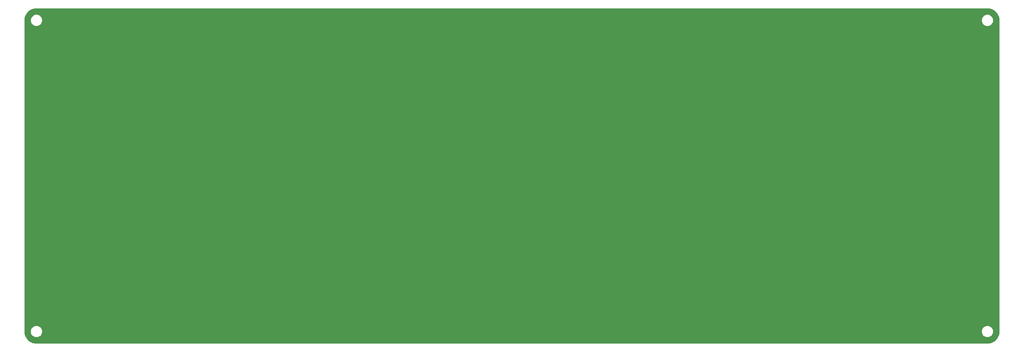
<source format=gbr>
%TF.GenerationSoftware,KiCad,Pcbnew,(5.99.0-9650-gad505e29c0)*%
%TF.CreationDate,2021-03-23T23:03:28-07:00*%
%TF.ProjectId,Choc40-bottom_plate,43686f63-3430-42d6-926f-74746f6d5f70,rev?*%
%TF.SameCoordinates,Original*%
%TF.FileFunction,Copper,L2,Bot*%
%TF.FilePolarity,Positive*%
%FSLAX46Y46*%
G04 Gerber Fmt 4.6, Leading zero omitted, Abs format (unit mm)*
G04 Created by KiCad (PCBNEW (5.99.0-9650-gad505e29c0)) date 2021-03-23 23:03:28*
%MOMM*%
%LPD*%
G01*
G04 APERTURE LIST*
G04 APERTURE END LIST*
%TA.AperFunction,NonConductor*%
G36*
X242961144Y-20202444D02*
G01*
X242961187Y-20202104D01*
X242968259Y-20203001D01*
X242975183Y-20204690D01*
X243106831Y-20206429D01*
X243112169Y-20206614D01*
X243157355Y-20209151D01*
X243186918Y-20210812D01*
X243193958Y-20211406D01*
X243431443Y-20238164D01*
X243438412Y-20239148D01*
X243498023Y-20249276D01*
X243504938Y-20250652D01*
X243737954Y-20303836D01*
X243744796Y-20305601D01*
X243769614Y-20312751D01*
X243802894Y-20322338D01*
X243809580Y-20324469D01*
X244016094Y-20396732D01*
X244035184Y-20403412D01*
X244041786Y-20405932D01*
X244097641Y-20429068D01*
X244104092Y-20431955D01*
X244319392Y-20535638D01*
X244325656Y-20538874D01*
X244378615Y-20568143D01*
X244384647Y-20571702D01*
X244552493Y-20677166D01*
X244587000Y-20698848D01*
X244592877Y-20702774D01*
X244642209Y-20737777D01*
X244647856Y-20742028D01*
X244834696Y-20891029D01*
X244840095Y-20895588D01*
X244885171Y-20935870D01*
X244890307Y-20940726D01*
X245059282Y-21109701D01*
X245064122Y-21114819D01*
X245104436Y-21159930D01*
X245108977Y-21165308D01*
X245257970Y-21352140D01*
X245262220Y-21357787D01*
X245297223Y-21407119D01*
X245301145Y-21412989D01*
X245428285Y-21615330D01*
X245431850Y-21621373D01*
X245461127Y-21674345D01*
X245464361Y-21680606D01*
X245568059Y-21895937D01*
X245570924Y-21902339D01*
X245588470Y-21944699D01*
X245594069Y-21958217D01*
X245596588Y-21964818D01*
X245675521Y-22190394D01*
X245677668Y-22197128D01*
X245694404Y-22255220D01*
X245696169Y-22262063D01*
X245749342Y-22495028D01*
X245750721Y-22501960D01*
X245760851Y-22561580D01*
X245761839Y-22568579D01*
X245788595Y-22806057D01*
X245789189Y-22813099D01*
X245793384Y-22887793D01*
X245793571Y-22893194D01*
X245795307Y-23024625D01*
X245796971Y-23031501D01*
X245797855Y-23038514D01*
X245797555Y-23038552D01*
X245800000Y-23059044D01*
X245800000Y-94940809D01*
X245797556Y-94961144D01*
X245797896Y-94961187D01*
X245796999Y-94968259D01*
X245795310Y-94975183D01*
X245793571Y-95106831D01*
X245793386Y-95112169D01*
X245791169Y-95151643D01*
X245789188Y-95186915D01*
X245788594Y-95193955D01*
X245761837Y-95431433D01*
X245760849Y-95438432D01*
X245750724Y-95498022D01*
X245749345Y-95504952D01*
X245715612Y-95652750D01*
X245696165Y-95737951D01*
X245694402Y-95744786D01*
X245694402Y-95744789D01*
X245694400Y-95744795D01*
X245677663Y-95802890D01*
X245675516Y-95809623D01*
X245596596Y-96035165D01*
X245594087Y-96041740D01*
X245570933Y-96097639D01*
X245568049Y-96104084D01*
X245464364Y-96319386D01*
X245461120Y-96325664D01*
X245431862Y-96378603D01*
X245428271Y-96384691D01*
X245301141Y-96587017D01*
X245297214Y-96592894D01*
X245262229Y-96642200D01*
X245257980Y-96647847D01*
X245108979Y-96834688D01*
X245104419Y-96840087D01*
X245064130Y-96885171D01*
X245059274Y-96890307D01*
X244890299Y-97059282D01*
X244885181Y-97064122D01*
X244840070Y-97104436D01*
X244834691Y-97108977D01*
X244647855Y-97257973D01*
X244642211Y-97262221D01*
X244614995Y-97281533D01*
X244592875Y-97297228D01*
X244587030Y-97301133D01*
X244384692Y-97428271D01*
X244384676Y-97428281D01*
X244378606Y-97431862D01*
X244345618Y-97450093D01*
X244325663Y-97461122D01*
X244319386Y-97464365D01*
X244104091Y-97568046D01*
X244097641Y-97570932D01*
X244041769Y-97594075D01*
X244035174Y-97596592D01*
X243947747Y-97627184D01*
X243809603Y-97675522D01*
X243802889Y-97677663D01*
X243786880Y-97682275D01*
X243744789Y-97694401D01*
X243737947Y-97696166D01*
X243504971Y-97749342D01*
X243498039Y-97750721D01*
X243438420Y-97760851D01*
X243431426Y-97761838D01*
X243369690Y-97768794D01*
X243193943Y-97788595D01*
X243186901Y-97789189D01*
X243112207Y-97793384D01*
X243106806Y-97793571D01*
X243100900Y-97793649D01*
X242975375Y-97795307D01*
X242968499Y-97796971D01*
X242961486Y-97797855D01*
X242961448Y-97797555D01*
X242940956Y-97800000D01*
X23059191Y-97800000D01*
X23038856Y-97797556D01*
X23038813Y-97797896D01*
X23031741Y-97796999D01*
X23024817Y-97795310D01*
X22893169Y-97793571D01*
X22887831Y-97793386D01*
X22848357Y-97791169D01*
X22813085Y-97789188D01*
X22806045Y-97788594D01*
X22568567Y-97761837D01*
X22561568Y-97760849D01*
X22501978Y-97750724D01*
X22495046Y-97749345D01*
X22495033Y-97749342D01*
X22262043Y-97696163D01*
X22255209Y-97694401D01*
X22197103Y-97677661D01*
X22190377Y-97675516D01*
X21964835Y-97596596D01*
X21958260Y-97594087D01*
X21902350Y-97570928D01*
X21895916Y-97568049D01*
X21680614Y-97464364D01*
X21674336Y-97461120D01*
X21621397Y-97431862D01*
X21615309Y-97428271D01*
X21412983Y-97301141D01*
X21407106Y-97297214D01*
X21357800Y-97262229D01*
X21352153Y-97257980D01*
X21165312Y-97108979D01*
X21159913Y-97104419D01*
X21114829Y-97064130D01*
X21109693Y-97059274D01*
X20940718Y-96890299D01*
X20935869Y-96885171D01*
X20895564Y-96840070D01*
X20891023Y-96834691D01*
X20742027Y-96647855D01*
X20737779Y-96642211D01*
X20718467Y-96614995D01*
X20702772Y-96592875D01*
X20698867Y-96587030D01*
X20571717Y-96384672D01*
X20568136Y-96378603D01*
X20549907Y-96345618D01*
X20538878Y-96325663D01*
X20535635Y-96319386D01*
X20431954Y-96104091D01*
X20429067Y-96097639D01*
X20405928Y-96041777D01*
X20403408Y-96035174D01*
X20324480Y-95809611D01*
X20322333Y-95802876D01*
X20305599Y-95744789D01*
X20303834Y-95737947D01*
X20250658Y-95504971D01*
X20249279Y-95498039D01*
X20239149Y-95438420D01*
X20238161Y-95431421D01*
X20211405Y-95193943D01*
X20210811Y-95186901D01*
X20206616Y-95112207D01*
X20206429Y-95106806D01*
X20206351Y-95100900D01*
X20205018Y-95000000D01*
X21694500Y-95000000D01*
X21714333Y-95226698D01*
X21773231Y-95446507D01*
X21775553Y-95451488D01*
X21775554Y-95451489D01*
X21867078Y-95647763D01*
X21867081Y-95647768D01*
X21869404Y-95652750D01*
X21872560Y-95657257D01*
X21872561Y-95657259D01*
X21979248Y-95809623D01*
X21999929Y-95839159D01*
X22160841Y-96000071D01*
X22165349Y-96003228D01*
X22165352Y-96003230D01*
X22309387Y-96104084D01*
X22347250Y-96130596D01*
X22352232Y-96132919D01*
X22352237Y-96132922D01*
X22548511Y-96224446D01*
X22553493Y-96226769D01*
X22558801Y-96228191D01*
X22558803Y-96228192D01*
X22626122Y-96246230D01*
X22773302Y-96285667D01*
X23000000Y-96305500D01*
X23226698Y-96285667D01*
X23373878Y-96246230D01*
X23441197Y-96228192D01*
X23441199Y-96228191D01*
X23446507Y-96226769D01*
X23451489Y-96224446D01*
X23647763Y-96132922D01*
X23647768Y-96132919D01*
X23652750Y-96130596D01*
X23690613Y-96104084D01*
X23834648Y-96003230D01*
X23834651Y-96003228D01*
X23839159Y-96000071D01*
X24000071Y-95839159D01*
X24020753Y-95809623D01*
X24127439Y-95657259D01*
X24127440Y-95657257D01*
X24130596Y-95652750D01*
X24132919Y-95647768D01*
X24132922Y-95647763D01*
X24224446Y-95451489D01*
X24224447Y-95451488D01*
X24226769Y-95446507D01*
X24285667Y-95226698D01*
X24305500Y-95000000D01*
X241694500Y-95000000D01*
X241714333Y-95226698D01*
X241773231Y-95446507D01*
X241775553Y-95451488D01*
X241775554Y-95451489D01*
X241867078Y-95647763D01*
X241867081Y-95647768D01*
X241869404Y-95652750D01*
X241872560Y-95657257D01*
X241872561Y-95657259D01*
X241979248Y-95809623D01*
X241999929Y-95839159D01*
X242160841Y-96000071D01*
X242165349Y-96003228D01*
X242165352Y-96003230D01*
X242309387Y-96104084D01*
X242347250Y-96130596D01*
X242352232Y-96132919D01*
X242352237Y-96132922D01*
X242548511Y-96224446D01*
X242553493Y-96226769D01*
X242558801Y-96228191D01*
X242558803Y-96228192D01*
X242626122Y-96246230D01*
X242773302Y-96285667D01*
X243000000Y-96305500D01*
X243226698Y-96285667D01*
X243373878Y-96246230D01*
X243441197Y-96228192D01*
X243441199Y-96228191D01*
X243446507Y-96226769D01*
X243451489Y-96224446D01*
X243647763Y-96132922D01*
X243647768Y-96132919D01*
X243652750Y-96130596D01*
X243690613Y-96104084D01*
X243834648Y-96003230D01*
X243834651Y-96003228D01*
X243839159Y-96000071D01*
X244000071Y-95839159D01*
X244020753Y-95809623D01*
X244127439Y-95657259D01*
X244127440Y-95657257D01*
X244130596Y-95652750D01*
X244132919Y-95647768D01*
X244132922Y-95647763D01*
X244224446Y-95451489D01*
X244224447Y-95451488D01*
X244226769Y-95446507D01*
X244285667Y-95226698D01*
X244305500Y-95000000D01*
X244285667Y-94773302D01*
X244226769Y-94553493D01*
X244224446Y-94548511D01*
X244132922Y-94352237D01*
X244132919Y-94352232D01*
X244130596Y-94347250D01*
X244000071Y-94160841D01*
X243839159Y-93999929D01*
X243834651Y-93996772D01*
X243834648Y-93996770D01*
X243657259Y-93872561D01*
X243657257Y-93872560D01*
X243652750Y-93869404D01*
X243647768Y-93867081D01*
X243647763Y-93867078D01*
X243451489Y-93775554D01*
X243451488Y-93775553D01*
X243446507Y-93773231D01*
X243441199Y-93771809D01*
X243441197Y-93771808D01*
X243373336Y-93753625D01*
X243226698Y-93714333D01*
X243000000Y-93694500D01*
X242773302Y-93714333D01*
X242626664Y-93753625D01*
X242558803Y-93771808D01*
X242558801Y-93771809D01*
X242553493Y-93773231D01*
X242548512Y-93775553D01*
X242548511Y-93775554D01*
X242352237Y-93867078D01*
X242352232Y-93867081D01*
X242347250Y-93869404D01*
X242342743Y-93872560D01*
X242342741Y-93872561D01*
X242165352Y-93996770D01*
X242165349Y-93996772D01*
X242160841Y-93999929D01*
X241999929Y-94160841D01*
X241869404Y-94347250D01*
X241867081Y-94352232D01*
X241867078Y-94352237D01*
X241775554Y-94548511D01*
X241773231Y-94553493D01*
X241714333Y-94773302D01*
X241694500Y-95000000D01*
X24305500Y-95000000D01*
X24285667Y-94773302D01*
X24226769Y-94553493D01*
X24224446Y-94548511D01*
X24132922Y-94352237D01*
X24132919Y-94352232D01*
X24130596Y-94347250D01*
X24000071Y-94160841D01*
X23839159Y-93999929D01*
X23834651Y-93996772D01*
X23834648Y-93996770D01*
X23657259Y-93872561D01*
X23657257Y-93872560D01*
X23652750Y-93869404D01*
X23647768Y-93867081D01*
X23647763Y-93867078D01*
X23451489Y-93775554D01*
X23451488Y-93775553D01*
X23446507Y-93773231D01*
X23441199Y-93771809D01*
X23441197Y-93771808D01*
X23373336Y-93753625D01*
X23226698Y-93714333D01*
X23000000Y-93694500D01*
X22773302Y-93714333D01*
X22626664Y-93753625D01*
X22558803Y-93771808D01*
X22558801Y-93771809D01*
X22553493Y-93773231D01*
X22548512Y-93775553D01*
X22548511Y-93775554D01*
X22352237Y-93867078D01*
X22352232Y-93867081D01*
X22347250Y-93869404D01*
X22342743Y-93872560D01*
X22342741Y-93872561D01*
X22165352Y-93996770D01*
X22165349Y-93996772D01*
X22160841Y-93999929D01*
X21999929Y-94160841D01*
X21869404Y-94347250D01*
X21867081Y-94352232D01*
X21867078Y-94352237D01*
X21775554Y-94548511D01*
X21773231Y-94553493D01*
X21714333Y-94773302D01*
X21694500Y-95000000D01*
X20205018Y-95000000D01*
X20204693Y-94975375D01*
X20203029Y-94968499D01*
X20202145Y-94961486D01*
X20202445Y-94961448D01*
X20200000Y-94940956D01*
X20200000Y-23059191D01*
X20202444Y-23038856D01*
X20202104Y-23038813D01*
X20203001Y-23031741D01*
X20204690Y-23024817D01*
X20205018Y-23000000D01*
X21694500Y-23000000D01*
X21714333Y-23226698D01*
X21773231Y-23446507D01*
X21775553Y-23451488D01*
X21775554Y-23451489D01*
X21867078Y-23647763D01*
X21867081Y-23647768D01*
X21869404Y-23652750D01*
X21999929Y-23839159D01*
X22160841Y-24000071D01*
X22165349Y-24003228D01*
X22165352Y-24003230D01*
X22342741Y-24127439D01*
X22347250Y-24130596D01*
X22352232Y-24132919D01*
X22352237Y-24132922D01*
X22548511Y-24224446D01*
X22553493Y-24226769D01*
X22558801Y-24228191D01*
X22558803Y-24228192D01*
X22626664Y-24246375D01*
X22773302Y-24285667D01*
X23000000Y-24305500D01*
X23226698Y-24285667D01*
X23373336Y-24246375D01*
X23441197Y-24228192D01*
X23441199Y-24228191D01*
X23446507Y-24226769D01*
X23451489Y-24224446D01*
X23647763Y-24132922D01*
X23647768Y-24132919D01*
X23652750Y-24130596D01*
X23657259Y-24127439D01*
X23834648Y-24003230D01*
X23834651Y-24003228D01*
X23839159Y-24000071D01*
X24000071Y-23839159D01*
X24130596Y-23652750D01*
X24132919Y-23647768D01*
X24132922Y-23647763D01*
X24224446Y-23451489D01*
X24224447Y-23451488D01*
X24226769Y-23446507D01*
X24285667Y-23226698D01*
X24305500Y-23000000D01*
X241694500Y-23000000D01*
X241714333Y-23226698D01*
X241773231Y-23446507D01*
X241775553Y-23451488D01*
X241775554Y-23451489D01*
X241867078Y-23647763D01*
X241867081Y-23647768D01*
X241869404Y-23652750D01*
X241999929Y-23839159D01*
X242160841Y-24000071D01*
X242165349Y-24003228D01*
X242165352Y-24003230D01*
X242342741Y-24127439D01*
X242347250Y-24130596D01*
X242352232Y-24132919D01*
X242352237Y-24132922D01*
X242548511Y-24224446D01*
X242553493Y-24226769D01*
X242558801Y-24228191D01*
X242558803Y-24228192D01*
X242626664Y-24246375D01*
X242773302Y-24285667D01*
X243000000Y-24305500D01*
X243226698Y-24285667D01*
X243373336Y-24246375D01*
X243441197Y-24228192D01*
X243441199Y-24228191D01*
X243446507Y-24226769D01*
X243451489Y-24224446D01*
X243647763Y-24132922D01*
X243647768Y-24132919D01*
X243652750Y-24130596D01*
X243657259Y-24127439D01*
X243834648Y-24003230D01*
X243834651Y-24003228D01*
X243839159Y-24000071D01*
X244000071Y-23839159D01*
X244130596Y-23652750D01*
X244132919Y-23647768D01*
X244132922Y-23647763D01*
X244224446Y-23451489D01*
X244224447Y-23451488D01*
X244226769Y-23446507D01*
X244285667Y-23226698D01*
X244305500Y-23000000D01*
X244285667Y-22773302D01*
X244230811Y-22568579D01*
X244228192Y-22558803D01*
X244228191Y-22558801D01*
X244226769Y-22553493D01*
X244199506Y-22495028D01*
X244132922Y-22352237D01*
X244132919Y-22352232D01*
X244130596Y-22347250D01*
X244127439Y-22342741D01*
X244003230Y-22165352D01*
X244003228Y-22165349D01*
X244000071Y-22160841D01*
X243839159Y-21999929D01*
X243834651Y-21996772D01*
X243834648Y-21996770D01*
X243657259Y-21872561D01*
X243657257Y-21872560D01*
X243652750Y-21869404D01*
X243647768Y-21867081D01*
X243647763Y-21867078D01*
X243451489Y-21775554D01*
X243451488Y-21775553D01*
X243446507Y-21773231D01*
X243441199Y-21771809D01*
X243441197Y-21771808D01*
X243373165Y-21753579D01*
X243226698Y-21714333D01*
X243000000Y-21694500D01*
X242773302Y-21714333D01*
X242626835Y-21753579D01*
X242558803Y-21771808D01*
X242558801Y-21771809D01*
X242553493Y-21773231D01*
X242548512Y-21775553D01*
X242548511Y-21775554D01*
X242352237Y-21867078D01*
X242352232Y-21867081D01*
X242347250Y-21869404D01*
X242342743Y-21872560D01*
X242342741Y-21872561D01*
X242165352Y-21996770D01*
X242165349Y-21996772D01*
X242160841Y-21999929D01*
X241999929Y-22160841D01*
X241996772Y-22165349D01*
X241996770Y-22165352D01*
X241872561Y-22342741D01*
X241869404Y-22347250D01*
X241867081Y-22352232D01*
X241867078Y-22352237D01*
X241800494Y-22495028D01*
X241773231Y-22553493D01*
X241771809Y-22558801D01*
X241771808Y-22558803D01*
X241769189Y-22568579D01*
X241714333Y-22773302D01*
X241694500Y-23000000D01*
X24305500Y-23000000D01*
X24285667Y-22773302D01*
X24230811Y-22568579D01*
X24228192Y-22558803D01*
X24228191Y-22558801D01*
X24226769Y-22553493D01*
X24199506Y-22495028D01*
X24132922Y-22352237D01*
X24132919Y-22352232D01*
X24130596Y-22347250D01*
X24127439Y-22342741D01*
X24003230Y-22165352D01*
X24003228Y-22165349D01*
X24000071Y-22160841D01*
X23839159Y-21999929D01*
X23834651Y-21996772D01*
X23834648Y-21996770D01*
X23657259Y-21872561D01*
X23657257Y-21872560D01*
X23652750Y-21869404D01*
X23647768Y-21867081D01*
X23647763Y-21867078D01*
X23451489Y-21775554D01*
X23451488Y-21775553D01*
X23446507Y-21773231D01*
X23441199Y-21771809D01*
X23441197Y-21771808D01*
X23373165Y-21753579D01*
X23226698Y-21714333D01*
X23000000Y-21694500D01*
X22773302Y-21714333D01*
X22626835Y-21753579D01*
X22558803Y-21771808D01*
X22558801Y-21771809D01*
X22553493Y-21773231D01*
X22548512Y-21775553D01*
X22548511Y-21775554D01*
X22352237Y-21867078D01*
X22352232Y-21867081D01*
X22347250Y-21869404D01*
X22342743Y-21872560D01*
X22342741Y-21872561D01*
X22165352Y-21996770D01*
X22165349Y-21996772D01*
X22160841Y-21999929D01*
X21999929Y-22160841D01*
X21996772Y-22165349D01*
X21996770Y-22165352D01*
X21872561Y-22342741D01*
X21869404Y-22347250D01*
X21867081Y-22352232D01*
X21867078Y-22352237D01*
X21800494Y-22495028D01*
X21773231Y-22553493D01*
X21771809Y-22558801D01*
X21771808Y-22558803D01*
X21769189Y-22568579D01*
X21714333Y-22773302D01*
X21694500Y-23000000D01*
X20205018Y-23000000D01*
X20206429Y-22893169D01*
X20206614Y-22887831D01*
X20210812Y-22813082D01*
X20211406Y-22806042D01*
X20238164Y-22568557D01*
X20239149Y-22561580D01*
X20249279Y-22501960D01*
X20250652Y-22495062D01*
X20303836Y-22262046D01*
X20305601Y-22255204D01*
X20312751Y-22230386D01*
X20322338Y-22197106D01*
X20324469Y-22190420D01*
X20403412Y-21964816D01*
X20405932Y-21958214D01*
X20429068Y-21902359D01*
X20431955Y-21895908D01*
X20535638Y-21680608D01*
X20538874Y-21674344D01*
X20568143Y-21621385D01*
X20571702Y-21615353D01*
X20698851Y-21412995D01*
X20702774Y-21407123D01*
X20737777Y-21357791D01*
X20742028Y-21352144D01*
X20891029Y-21165304D01*
X20895588Y-21159905D01*
X20935870Y-21114829D01*
X20940726Y-21109693D01*
X21109701Y-20940718D01*
X21114828Y-20935870D01*
X21159930Y-20895564D01*
X21165308Y-20891023D01*
X21201108Y-20862474D01*
X21352140Y-20742030D01*
X21357787Y-20737780D01*
X21407119Y-20702777D01*
X21412995Y-20698851D01*
X21413000Y-20698848D01*
X21615333Y-20571713D01*
X21621373Y-20568150D01*
X21674345Y-20538873D01*
X21680606Y-20535639D01*
X21737141Y-20508413D01*
X21895937Y-20431941D01*
X21902339Y-20429076D01*
X21944699Y-20411530D01*
X21958217Y-20405931D01*
X21964818Y-20403412D01*
X22190394Y-20324479D01*
X22197128Y-20322332D01*
X22255220Y-20305596D01*
X22262063Y-20303831D01*
X22495028Y-20250658D01*
X22501960Y-20249279D01*
X22561580Y-20239149D01*
X22568574Y-20238162D01*
X22630310Y-20231206D01*
X22806057Y-20211405D01*
X22813099Y-20210811D01*
X22887793Y-20206616D01*
X22893194Y-20206429D01*
X22899100Y-20206351D01*
X23024625Y-20204693D01*
X23031501Y-20203029D01*
X23038514Y-20202145D01*
X23038552Y-20202445D01*
X23059044Y-20200000D01*
X242940809Y-20200000D01*
X242961144Y-20202444D01*
G37*
%TD.AperFunction*%
M02*

</source>
